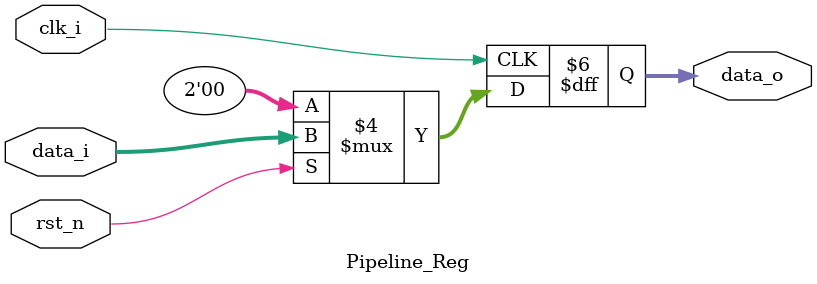
<source format=v>
module Pipeline_Reg( clk_i, rst_n, data_i, data_o);


parameter size = 0;

//I/O ports
input clk_i, rst_n;
input [size-1:0] data_i;
output reg [size-1:0] data_o;  
        

//Writing data when postive edge clk_i
always @( posedge clk_i ) begin
    if (~rst_n)
        data_o <= 0;
    else
        data_o <= data_i;
end

endmodule  
</source>
